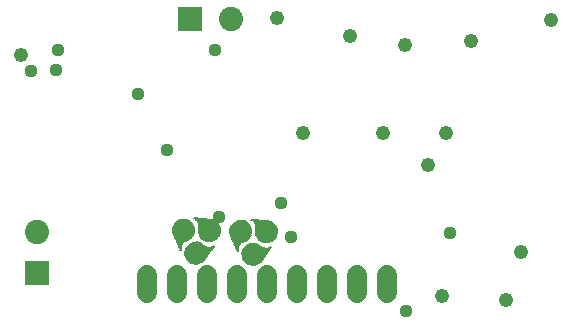
<source format=gbs>
G75*
%MOIN*%
%OFA0B0*%
%FSLAX25Y25*%
%IPPOS*%
%LPD*%
%AMOC8*
5,1,8,0,0,1.08239X$1,22.5*
%
%ADD10C,0.06800*%
%ADD11R,0.08083X0.08083*%
%ADD12C,0.08083*%
%ADD13R,0.04800X0.02800*%
%ADD14C,0.00500*%
%ADD15C,0.04762*%
%ADD16C,0.04369*%
D10*
X0053454Y0010926D02*
X0053454Y0016926D01*
X0063454Y0016926D02*
X0063454Y0010926D01*
X0073454Y0010926D02*
X0073454Y0016926D01*
X0083454Y0016926D02*
X0083454Y0010926D01*
X0093454Y0010926D02*
X0093454Y0016926D01*
X0103454Y0016926D02*
X0103454Y0010926D01*
X0113454Y0010926D02*
X0113454Y0016926D01*
X0123454Y0016926D02*
X0123454Y0010926D01*
X0133454Y0010926D02*
X0133454Y0016926D01*
D11*
X0016918Y0017745D03*
X0067863Y0102272D03*
D12*
X0081643Y0102272D03*
X0016918Y0031524D03*
D13*
X0065721Y0031761D03*
X0074296Y0032194D03*
X0084737Y0031406D03*
X0093312Y0031839D03*
X0089083Y0024005D03*
X0070068Y0024359D03*
D14*
X0072522Y0022062D02*
X0067249Y0022062D01*
X0067258Y0022050D02*
X0066849Y0022610D01*
X0066558Y0023238D01*
X0066395Y0023912D01*
X0066366Y0024604D01*
X0066473Y0025289D01*
X0066711Y0025940D01*
X0067072Y0026532D01*
X0067541Y0027042D01*
X0068101Y0027450D01*
X0068730Y0027742D01*
X0069403Y0027905D01*
X0070096Y0027934D01*
X0070781Y0027827D01*
X0071431Y0027588D01*
X0072023Y0027228D01*
X0072413Y0026835D01*
X0072871Y0026526D01*
X0073381Y0026313D01*
X0073923Y0026203D01*
X0074475Y0026201D01*
X0075018Y0026306D01*
X0075530Y0026516D01*
X0075990Y0026821D01*
X0072719Y0022276D01*
X0072250Y0021766D01*
X0071690Y0021358D01*
X0071061Y0021066D01*
X0070388Y0020903D01*
X0069695Y0020874D01*
X0069011Y0020981D01*
X0068360Y0021220D01*
X0067768Y0021580D01*
X0067258Y0022050D01*
X0066885Y0022560D02*
X0072924Y0022560D01*
X0073282Y0023059D02*
X0066641Y0023059D01*
X0066481Y0023557D02*
X0073641Y0023557D01*
X0074000Y0024056D02*
X0066389Y0024056D01*
X0066368Y0024554D02*
X0074359Y0024554D01*
X0074718Y0025053D02*
X0066436Y0025053D01*
X0066569Y0025551D02*
X0075076Y0025551D01*
X0075435Y0026050D02*
X0066778Y0026050D01*
X0067088Y0026548D02*
X0072838Y0026548D01*
X0072203Y0027047D02*
X0067549Y0027047D01*
X0068306Y0027545D02*
X0071502Y0027545D01*
X0072581Y0028830D02*
X0072014Y0029229D01*
X0071536Y0029731D01*
X0071165Y0030316D01*
X0070915Y0030962D01*
X0070796Y0031645D01*
X0070813Y0032338D01*
X0070971Y0032851D01*
X0071027Y0033385D01*
X0070977Y0033920D01*
X0070823Y0034434D01*
X0070573Y0034909D01*
X0070234Y0035326D01*
X0069821Y0035668D01*
X0069349Y0035924D01*
X0074753Y0035417D01*
X0075429Y0035265D01*
X0076063Y0034985D01*
X0076630Y0034586D01*
X0077108Y0034084D01*
X0077479Y0033499D01*
X0077729Y0032852D01*
X0077848Y0032170D01*
X0077831Y0031477D01*
X0077680Y0030800D01*
X0077399Y0030167D01*
X0077000Y0029600D01*
X0076499Y0029122D01*
X0075913Y0028750D01*
X0075267Y0028501D01*
X0074584Y0028382D01*
X0073891Y0028398D01*
X0073215Y0028550D01*
X0072581Y0028830D01*
X0072282Y0029041D02*
X0076372Y0029041D01*
X0076937Y0029539D02*
X0071718Y0029539D01*
X0071341Y0030038D02*
X0077309Y0030038D01*
X0077563Y0030536D02*
X0071080Y0030536D01*
X0070903Y0031035D02*
X0077732Y0031035D01*
X0077832Y0031534D02*
X0070816Y0031534D01*
X0070806Y0032032D02*
X0077844Y0032032D01*
X0077785Y0032531D02*
X0070872Y0032531D01*
X0070990Y0033029D02*
X0077661Y0033029D01*
X0077461Y0033528D02*
X0071013Y0033528D01*
X0070945Y0034026D02*
X0077145Y0034026D01*
X0076688Y0034525D02*
X0070776Y0034525D01*
X0070480Y0035023D02*
X0075976Y0035023D01*
X0073634Y0035522D02*
X0069998Y0035522D01*
X0068624Y0034026D02*
X0062850Y0034026D01*
X0062777Y0033936D02*
X0063212Y0034476D01*
X0063744Y0034920D01*
X0064352Y0035252D01*
X0065014Y0035459D01*
X0065703Y0035533D01*
X0066393Y0035471D01*
X0067058Y0035276D01*
X0067672Y0034954D01*
X0068212Y0034519D01*
X0068656Y0033987D01*
X0068988Y0033379D01*
X0069195Y0032718D01*
X0069269Y0032029D01*
X0069207Y0031338D01*
X0069012Y0030673D01*
X0068691Y0030059D01*
X0068256Y0029520D01*
X0067724Y0029075D01*
X0067115Y0028743D01*
X0066571Y0028584D01*
X0066069Y0028322D01*
X0065627Y0027967D01*
X0065263Y0027533D01*
X0064991Y0027036D01*
X0064821Y0026495D01*
X0064759Y0025932D01*
X0064809Y0025367D01*
X0062480Y0030616D01*
X0062273Y0031278D01*
X0062199Y0031967D01*
X0062260Y0032657D01*
X0062456Y0033322D01*
X0062777Y0033936D01*
X0062563Y0033528D02*
X0068907Y0033528D01*
X0069098Y0033029D02*
X0062370Y0033029D01*
X0062249Y0032531D02*
X0069215Y0032531D01*
X0069269Y0032032D02*
X0062204Y0032032D01*
X0062245Y0031534D02*
X0069225Y0031534D01*
X0069118Y0031035D02*
X0062348Y0031035D01*
X0062515Y0030536D02*
X0068940Y0030536D01*
X0068673Y0030038D02*
X0062736Y0030038D01*
X0062957Y0029539D02*
X0068272Y0029539D01*
X0067661Y0029041D02*
X0063179Y0029041D01*
X0063400Y0028542D02*
X0066491Y0028542D01*
X0065723Y0028044D02*
X0063621Y0028044D01*
X0063842Y0027545D02*
X0065274Y0027545D01*
X0064997Y0027047D02*
X0064064Y0027047D01*
X0064285Y0026548D02*
X0064838Y0026548D01*
X0064772Y0026050D02*
X0064506Y0026050D01*
X0064728Y0025551D02*
X0064793Y0025551D01*
X0067796Y0021563D02*
X0071972Y0021563D01*
X0071055Y0021065D02*
X0068782Y0021065D01*
X0075579Y0026548D02*
X0075794Y0026548D01*
X0075375Y0028542D02*
X0073248Y0028542D01*
X0081288Y0030923D02*
X0081214Y0031612D01*
X0081276Y0032303D01*
X0081472Y0032968D01*
X0081793Y0033582D01*
X0082228Y0034121D01*
X0082760Y0034566D01*
X0083368Y0034898D01*
X0084030Y0035105D01*
X0084719Y0035179D01*
X0085409Y0035117D01*
X0086074Y0034921D01*
X0086688Y0034600D01*
X0087228Y0034165D01*
X0087672Y0033633D01*
X0088004Y0033025D01*
X0088211Y0032363D01*
X0088285Y0031674D01*
X0088223Y0030984D01*
X0088028Y0030319D01*
X0087706Y0029705D01*
X0087271Y0029165D01*
X0086740Y0028721D01*
X0086131Y0028389D01*
X0085587Y0028230D01*
X0085085Y0027968D01*
X0084643Y0027613D01*
X0084279Y0027178D01*
X0084007Y0026681D01*
X0083837Y0026141D01*
X0083775Y0025577D01*
X0083825Y0025013D01*
X0081495Y0030262D01*
X0081288Y0030923D01*
X0081276Y0031035D02*
X0088228Y0031035D01*
X0088272Y0031534D02*
X0081223Y0031534D01*
X0081252Y0032032D02*
X0088247Y0032032D01*
X0088159Y0032531D02*
X0081343Y0032531D01*
X0081504Y0033029D02*
X0088002Y0033029D01*
X0087730Y0033528D02*
X0081765Y0033528D01*
X0082151Y0034026D02*
X0087344Y0034026D01*
X0086782Y0034525D02*
X0082711Y0034525D01*
X0083769Y0035023D02*
X0085728Y0035023D01*
X0088364Y0035570D02*
X0088837Y0035314D01*
X0089250Y0034971D01*
X0089588Y0034555D01*
X0089839Y0034080D01*
X0089992Y0033565D01*
X0090042Y0033031D01*
X0089987Y0032497D01*
X0089829Y0031984D01*
X0089812Y0031291D01*
X0089931Y0030608D01*
X0090181Y0029962D01*
X0090552Y0029376D01*
X0091030Y0028875D01*
X0091597Y0028476D01*
X0092231Y0028195D01*
X0092907Y0028044D01*
X0093600Y0028027D01*
X0094283Y0028146D01*
X0094929Y0028396D01*
X0095514Y0028767D01*
X0096016Y0029245D01*
X0096415Y0029812D01*
X0096695Y0030446D01*
X0096847Y0031122D01*
X0096863Y0031815D01*
X0096745Y0032498D01*
X0096495Y0033145D01*
X0096124Y0033730D01*
X0095645Y0034231D01*
X0095079Y0034630D01*
X0094445Y0034911D01*
X0093768Y0035062D01*
X0088364Y0035570D01*
X0088453Y0035522D02*
X0088876Y0035522D01*
X0089188Y0035023D02*
X0093943Y0035023D01*
X0095229Y0034525D02*
X0089604Y0034525D01*
X0089855Y0034026D02*
X0095841Y0034026D01*
X0096252Y0033528D02*
X0089996Y0033528D01*
X0090042Y0033029D02*
X0096539Y0033029D01*
X0096732Y0032531D02*
X0089991Y0032531D01*
X0089844Y0032032D02*
X0096826Y0032032D01*
X0096857Y0031534D02*
X0089818Y0031534D01*
X0089857Y0031035D02*
X0096827Y0031035D01*
X0096716Y0030536D02*
X0089959Y0030536D01*
X0090151Y0030038D02*
X0096515Y0030038D01*
X0096223Y0029539D02*
X0090448Y0029539D01*
X0090872Y0029041D02*
X0095802Y0029041D01*
X0095160Y0028542D02*
X0091502Y0028542D01*
X0092909Y0028044D02*
X0093695Y0028044D01*
X0095006Y0026467D02*
X0094545Y0026162D01*
X0094034Y0025952D01*
X0093491Y0025846D01*
X0092938Y0025848D01*
X0092397Y0025958D01*
X0091887Y0026172D01*
X0091428Y0026481D01*
X0091039Y0026873D01*
X0090447Y0027234D01*
X0089796Y0027473D01*
X0089112Y0027579D01*
X0088419Y0027551D01*
X0087746Y0027387D01*
X0087117Y0027096D01*
X0086557Y0026687D01*
X0086088Y0026177D01*
X0085727Y0025586D01*
X0085489Y0024935D01*
X0085382Y0024250D01*
X0085410Y0023558D01*
X0085574Y0022884D01*
X0085865Y0022255D01*
X0086274Y0021695D01*
X0086784Y0021226D01*
X0087376Y0020865D01*
X0088026Y0020627D01*
X0088711Y0020520D01*
X0089404Y0020549D01*
X0090077Y0020712D01*
X0090706Y0021004D01*
X0091266Y0021412D01*
X0091735Y0021922D01*
X0095006Y0026467D01*
X0094706Y0026050D02*
X0094273Y0026050D01*
X0094347Y0025551D02*
X0085714Y0025551D01*
X0085532Y0025053D02*
X0093988Y0025053D01*
X0093630Y0024554D02*
X0085429Y0024554D01*
X0085390Y0024056D02*
X0093271Y0024056D01*
X0092912Y0023557D02*
X0085410Y0023557D01*
X0085531Y0023059D02*
X0092553Y0023059D01*
X0092194Y0022560D02*
X0085724Y0022560D01*
X0086006Y0022062D02*
X0091836Y0022062D01*
X0091405Y0021563D02*
X0086417Y0021563D01*
X0087048Y0021065D02*
X0090790Y0021065D01*
X0089476Y0020566D02*
X0088414Y0020566D01*
X0086010Y0026050D02*
X0092178Y0026050D01*
X0091361Y0026548D02*
X0086429Y0026548D01*
X0087050Y0027047D02*
X0090754Y0027047D01*
X0089330Y0027545D02*
X0088397Y0027545D01*
X0087123Y0029041D02*
X0082037Y0029041D01*
X0081816Y0029539D02*
X0087573Y0029539D01*
X0087881Y0030038D02*
X0081595Y0030038D01*
X0081409Y0030536D02*
X0088092Y0030536D01*
X0086412Y0028542D02*
X0082258Y0028542D01*
X0082480Y0028044D02*
X0085230Y0028044D01*
X0084586Y0027545D02*
X0082701Y0027545D01*
X0082922Y0027047D02*
X0084207Y0027047D01*
X0083965Y0026548D02*
X0083143Y0026548D01*
X0083365Y0026050D02*
X0083827Y0026050D01*
X0083778Y0025551D02*
X0083586Y0025551D01*
X0083807Y0025053D02*
X0083821Y0025053D01*
X0068205Y0034525D02*
X0063271Y0034525D01*
X0063933Y0035023D02*
X0067541Y0035023D01*
X0065829Y0035522D02*
X0065598Y0035522D01*
D15*
X0105487Y0064339D03*
X0132298Y0064339D03*
X0147298Y0053867D03*
X0153282Y0064339D03*
X0139713Y0093611D03*
X0121249Y0096643D03*
X0096918Y0102587D03*
X0161668Y0095048D03*
X0188296Y0102115D03*
X0178296Y0024713D03*
X0173282Y0008631D03*
X0151983Y0009930D03*
X0011485Y0090383D03*
D16*
X0014792Y0084989D03*
X0023099Y0085501D03*
X0023965Y0091957D03*
X0050580Y0077509D03*
X0076269Y0092039D03*
X0060383Y0058769D03*
X0077430Y0036524D03*
X0098257Y0041013D03*
X0101524Y0029674D03*
X0139831Y0005186D03*
X0154517Y0031170D03*
M02*

</source>
